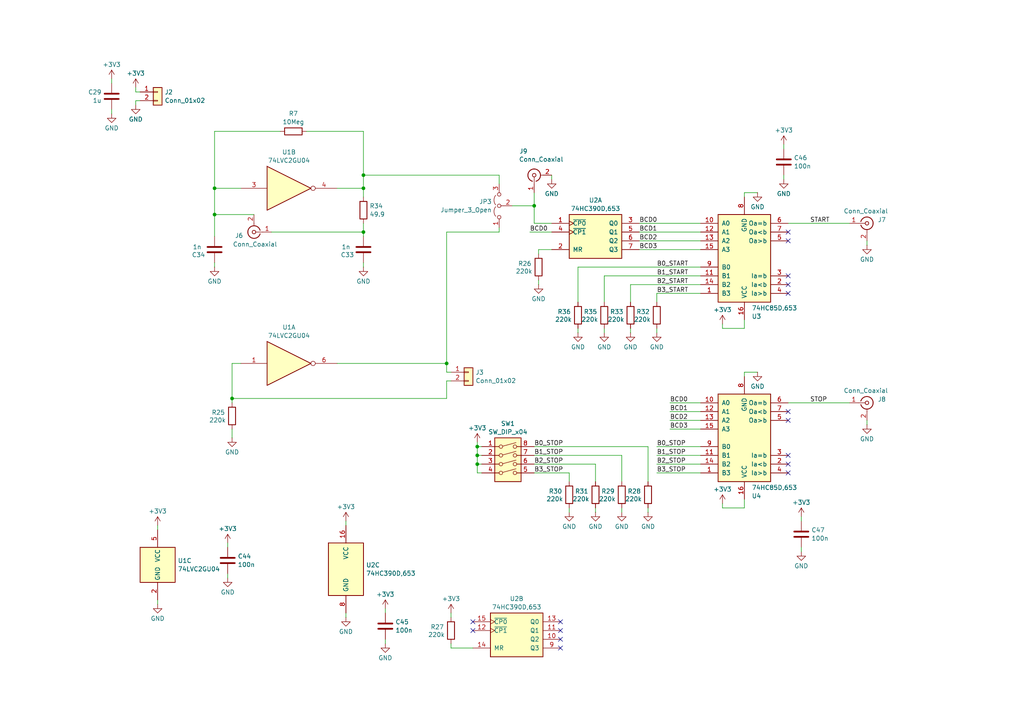
<source format=kicad_sch>
(kicad_sch (version 20250114) (generator "eeschema") (generator_version "9.0")
  (paper "A4")
  (lib_symbols
    (symbol "74xGxx:74LVC2GU04"
      (property "Reference" "U" (at -2.54 3.81 0))
      (property "Value" "74LVC2GU04" (at 0 -3.81 0))
      (symbol "74LVC2GU04_1_1"
        (polyline (pts (xy -7.62 6.35) (xy -7.62 -6.35) (xy 5.08 0) (xy -7.62 6.35)) (stroke (width 0.254)) (fill (type background)))
        (pin input line (at -15.24 0 0) (length 7.62) (name "~") (number "1"))
        (pin output inverted (at 12.7 0 180) (length 7.62) (name "~") (number "6"))
      )
      (symbol "74LVC2GU04_2_1"
        (polyline (pts (xy -7.62 6.35) (xy -7.62 -6.35) (xy 5.08 0) (xy -7.62 6.35)) (stroke (width 0.254)) (fill (type background)))
        (pin input line (at -15.24 0 0) (length 7.62) (name "~") (number "3"))
        (pin output inverted (at 12.7 0 180) (length 7.62) (name "~") (number "4"))
      )
      (symbol "74LVC2GU04_3_0"
        (rectangle (start -5.08 -5.08) (end 5.08 5.08) (stroke (width 0.254)) (fill (type background)))
      )
      (symbol "74LVC2GU04_3_1"
        (pin power_in line (at 0 10.16 270) (length 5.08) (name "VCC") (number "5"))
        (pin power_in line (at 0 -10.16 90) (length 5.08) (name "GND") (number "2"))
      )
    )
    (symbol "74xx:74HC85" (pin_names (offset 1.016))
      (property "Reference" "U" (at -7.62 13.97 0))
      (property "Value" "74HC85" (at -7.62 -13.97 0))
      (symbol "74HC85_1_0"
        (pin input line (at -12.7 10.16 0) (length 5.08) (name "B3") (number "1"))
        (pin input line (at -12.7 7.62 0) (length 5.08) (name "B2") (number "14"))
        (pin input line (at -12.7 5.08 0) (length 5.08) (name "B1") (number "11"))
        (pin input line (at -12.7 2.54 0) (length 5.08) (name "B0") (number "9"))
        (pin input line (at -12.7 -2.54 0) (length 5.08) (name "A3") (number "15"))
        (pin input line (at -12.7 -5.08 0) (length 5.08) (name "A2") (number "13"))
        (pin input line (at -12.7 -7.62 0) (length 5.08) (name "A1") (number "12"))
        (pin input line (at -12.7 -10.16 0) (length 5.08) (name "A0") (number "10"))
        (pin power_in line (at 0 17.78 270) (length 5.08) (name "VCC") (number "16"))
        (pin power_in line (at 0 -17.78 90) (length 5.08) (name "GND") (number "8"))
        (pin input line (at 12.7 10.16 180) (length 5.08) (name "Ia>b") (number "4"))
        (pin input line (at 12.7 7.62 180) (length 5.08) (name "Ia<b") (number "2"))
        (pin input line (at 12.7 5.08 180) (length 5.08) (name "Ia=b") (number "3"))
        (pin output line (at 12.7 -5.08 180) (length 5.08) (name "Oa>b") (number "5"))
        (pin output line (at 12.7 -7.62 180) (length 5.08) (name "Oa<b") (number "7"))
        (pin output line (at 12.7 -10.16 180) (length 5.08) (name "Oa=b") (number "6"))
      )
      (symbol "74HC85_1_1"
        (rectangle (start -7.62 12.7) (end 7.62 -12.7) (stroke (width 0.254)) (fill (type background)))
      )
    )
    (symbol "74xx:74LS390" (pin_names (offset 1.016))
      (property "Reference" "U" (at -7.62 8.89 0))
      (property "Value" "74LS390" (at -7.62 -8.89 0))
      (symbol "74LS390_1_0"
        (pin input clock (at -12.7 2.54 0) (length 5.08) (name "~{CP0}") (number "1"))
        (pin input clock (at -12.7 0 0) (length 5.08) (name "~{CP1}") (number "4"))
        (pin input line (at -12.7 -5.08 0) (length 5.08) (name "MR") (number "2"))
        (pin output line (at 12.7 2.54 180) (length 5.08) (name "Q0") (number "3"))
        (pin output line (at 12.7 0 180) (length 5.08) (name "Q1") (number "5"))
        (pin output line (at 12.7 -2.54 180) (length 5.08) (name "Q2") (number "6"))
        (pin output line (at 12.7 -5.08 180) (length 5.08) (name "Q3") (number "7"))
      )
      (symbol "74LS390_1_1"
        (rectangle (start -7.62 5.08) (end 7.62 -7.62) (stroke (width 0.254)) (fill (type background)))
      )
      (symbol "74LS390_2_0"
        (pin input clock (at -12.7 2.54 0) (length 5.08) (name "~{CP0}") (number "15"))
        (pin input clock (at -12.7 0 0) (length 5.08) (name "~{CP1}") (number "12"))
        (pin input line (at -12.7 -5.08 0) (length 5.08) (name "MR") (number "14"))
        (pin output line (at 12.7 2.54 180) (length 5.08) (name "Q0") (number "13"))
        (pin output line (at 12.7 0 180) (length 5.08) (name "Q1") (number "11"))
        (pin output line (at 12.7 -2.54 180) (length 5.08) (name "Q2") (number "10"))
        (pin output line (at 12.7 -5.08 180) (length 5.08) (name "Q3") (number "9"))
      )
      (symbol "74LS390_2_1"
        (rectangle (start -7.62 5.08) (end 7.62 -7.62) (stroke (width 0.254)) (fill (type background)))
      )
      (symbol "74LS390_3_0"
        (pin power_in line (at 0 12.7 270) (length 5.08) (name "VCC") (number "16"))
        (pin power_in line (at 0 -12.7 90) (length 5.08) (name "GND") (number "8"))
      )
      (symbol "74LS390_3_1"
        (rectangle (start -5.08 7.62) (end 5.08 -7.62) (stroke (width 0.254)) (fill (type background)))
      )
    )
    (symbol "Connector:Conn_Coaxial" (pin_names (offset 1.016) (hide yes))
      (property "Reference" "J" (at 0.254 3.048 0))
      (property "Value" "Conn_Coaxial" (at 2.921 0 90))
      (symbol "Conn_Coaxial_0_1"
        (polyline (pts (xy -2.54 0) (xy -0.508 0)))
        (arc (start 1.778 0) (mid 0.222 -1.8079) (end -1.778 -0.508) (stroke (width 0.254)))
        (arc (start -1.778 0.508) (mid 0.2221 1.8084) (end 1.778 0) (stroke (width 0.254)))
        (circle (center 0 0) (radius 0.508) (stroke (width 0.2032)))
        (polyline (pts (xy 0 -2.54) (xy 0 -1.778)))
      )
      (symbol "Conn_Coaxial_1_1"
        (pin passive line (at -5.08 0 0) (length 2.54) (name "In") (number "1"))
        (pin passive line (at 0 -5.08 90) (length 2.54) (name "Ext") (number "2"))
      )
    )
    (symbol "Connector_Generic:Conn_01x02" (pin_names (offset 1.016) (hide yes))
      (property "Reference" "J" (at 0 2.54 0))
      (property "Value" "Conn_01x02" (at 0 -5.08 0))
      (symbol "Conn_01x02_1_1"
        (rectangle (start -1.27 1.27) (end 1.27 -3.81) (stroke (width 0.254)) (fill (type background)))
        (rectangle (start -1.27 0.127) (end 0 -0.127) (stroke (width 0.1524)))
        (rectangle (start -1.27 -2.413) (end 0 -2.667) (stroke (width 0.1524)))
        (pin passive line (at -5.08 0 0) (length 3.81) (name "Pin_1") (number "1"))
        (pin passive line (at -5.08 -2.54 0) (length 3.81) (name "Pin_2") (number "2"))
      )
    )
    (symbol "Device:C" (pin_numbers (hide yes)) (pin_names (offset 0.254))
      (property "Reference" "C" (at 0.635 2.54 0))
      (property "Value" "C" (at 0.635 -2.54 0))
      (symbol "C_0_1"
        (polyline (pts (xy -2.032 0.762) (xy 2.032 0.762)) (stroke (width 0.508)))
        (polyline (pts (xy -2.032 -0.762) (xy 2.032 -0.762)) (stroke (width 0.508)))
      )
      (symbol "C_1_1"
        (pin passive line (at 0 3.81 270) (length 2.794) (name "~") (number "1"))
        (pin passive line (at 0 -3.81 90) (length 2.794) (name "~") (number "2"))
      )
    )
    (symbol "Device:R" (pin_numbers (hide yes)) (pin_names (offset 0))
      (property "Reference" "R" (at 2.032 0 90))
      (property "Value" "R" (at 0 0 90))
      (symbol "R_0_1"
        (rectangle (start -1.016 -2.54) (end 1.016 2.54) (stroke (width 0.254)))
      )
      (symbol "R_1_1"
        (pin passive line (at 0 3.81 270) (length 1.27) (name "~") (number "1"))
        (pin passive line (at 0 -3.81 90) (length 1.27) (name "~") (number "2"))
      )
    )
    (symbol "Jumper:Jumper_3_Open" (pin_names (offset 0) (hide yes)) (exclude_from_sim yes) (in_bom no)
      (property "Reference" "JP" (at -2.54 -2.54 0))
      (property "Value" "Jumper_3_Open" (at 0 2.794 0))
      (symbol "Jumper_3_Open_0_0"
        (circle (center -3.302 0) (radius 0.508))
        (circle (center 0 0) (radius 0.508))
        (circle (center 3.302 0) (radius 0.508))
      )
      (symbol "Jumper_3_Open_0_1"
        (arc (start -3.048 1.016) (mid -1.651 1.4992) (end -0.254 1.016))
        (polyline (pts (xy 0 -0.508) (xy 0 -1.27)))
        (arc (start 0.254 1.016) (mid 1.651 1.4992) (end 3.048 1.016))
      )
      (symbol "Jumper_3_Open_1_1"
        (pin passive line (at -6.35 0 0) (length 2.54) (name "A") (number "1"))
        (pin passive line (at 0 -3.81 90) (length 2.54) (name "C") (number "2"))
        (pin passive line (at 6.35 0 180) (length 2.54) (name "B") (number "3"))
      )
    )
    (symbol "Switch:SW_DIP_x04" (pin_names (offset 0) (hide yes))
      (property "Reference" "SW" (at 0 8.89 0))
      (property "Value" "SW_DIP_x04" (at 0 -6.35 0))
      (symbol "SW_DIP_x04_0_0"
        (circle (center -2.032 5.08) (radius 0.508))
        (circle (center -2.032 2.54) (radius 0.508))
        (circle (center -2.032 0) (radius 0.508))
        (circle (center -2.032 -2.54) (radius 0.508))
        (polyline (pts (xy -1.524 5.207) (xy 2.3622 6.2484)))
        (polyline (pts (xy -1.524 2.667) (xy 2.3622 3.7084)))
        (polyline (pts (xy -1.524 0.127) (xy 2.3622 1.1684)))
        (polyline (pts (xy -1.524 -2.3876) (xy 2.3622 -1.3462)))
        (circle (center 2.032 5.08) (radius 0.508))
        (circle (center 2.032 2.54) (radius 0.508))
        (circle (center 2.032 0) (radius 0.508))
        (circle (center 2.032 -2.54) (radius 0.508))
      )
      (symbol "SW_DIP_x04_0_1"
        (rectangle (start -3.81 7.62) (end 3.81 -5.08) (stroke (width 0.254)) (fill (type background)))
      )
      (symbol "SW_DIP_x04_1_1"
        (pin passive line (at -7.62 5.08 0) (length 5.08) (name "~") (number "1"))
        (pin passive line (at -7.62 2.54 0) (length 5.08) (name "~") (number "2"))
        (pin passive line (at -7.62 0 0) (length 5.08) (name "~") (number "3"))
        (pin passive line (at -7.62 -2.54 0) (length 5.08) (name "~") (number "4"))
        (pin passive line (at 7.62 5.08 180) (length 5.08) (name "~") (number "8"))
        (pin passive line (at 7.62 2.54 180) (length 5.08) (name "~") (number "7"))
        (pin passive line (at 7.62 0 180) (length 5.08) (name "~") (number "6"))
        (pin passive line (at 7.62 -2.54 180) (length 5.08) (name "~") (number "5"))
      )
    )
    (symbol "power:+3V3" (power) (pin_names (offset 0))
      (property "Value" "+3V3" (at 0 3.556 0))
      (symbol "+3V3_0_1"
        (polyline (pts (xy -0.762 1.27) (xy 0 2.54)))
        (polyline (pts (xy 0 2.54) (xy 0.762 1.27)))
        (polyline (pts (xy 0 0) (xy 0 2.54)))
      )
      (symbol "+3V3_1_1"
        (pin power_in line (at 0 0 90) (length 0) (hide yes) (name "+3V3") (number "1"))
      )
    )
    (symbol "power:GND" (power) (pin_numbers (hide yes)) (pin_names (offset 0) (hide yes))
      (property "Value" "GND" (at 0 -3.81 0))
      (symbol "GND_0_1"
        (polyline (pts (xy 0 0) (xy 0 -1.27) (xy 1.27 -1.27) (xy 0 -2.54) (xy -1.27 -1.27) (xy 0 -1.27)))
      )
      (symbol "GND_1_1"
        (pin power_in line (at 0 0 270) (length 0) (name "~") (number "1"))
      )
    )
  )
  (junction (at 154.94 59.69))
  (junction (at 138.43 134.62))
  (junction (at 105.41 67.31))
  (junction (at 138.43 129.54))
  (junction (at 67.31 115.57))
  (junction (at 105.41 54.61))
  (junction (at 105.41 50.8))
  (junction (at 62.23 54.61))
  (junction (at 129.54 105.41))
  (junction (at 138.43 132.08))
  (junction (at 62.23 62.23))
  (no_connect (at 228.6 85.09))
  (no_connect (at 228.6 132.08))
  (no_connect (at 228.6 137.16))
  (no_connect (at 228.6 67.31))
  (no_connect (at 137.16 182.88))
  (no_connect (at 228.6 119.38))
  (no_connect (at 228.6 82.55))
  (no_connect (at 162.56 187.96))
  (no_connect (at 228.6 134.62))
  (no_connect (at 137.16 180.34))
  (no_connect (at 162.56 182.88))
  (no_connect (at 228.6 69.85))
  (no_connect (at 162.56 185.42))
  (no_connect (at 162.56 180.34))
  (no_connect (at 228.6 121.92))
  (no_connect (at 228.6 80.01))
  (wire (pts (xy 175.26 95.25) (xy 175.26 96.52)))
  (wire (pts (xy 62.23 77.47) (xy 62.23 76.2)))
  (wire (pts (xy 190.5 134.62) (xy 203.2 134.62)))
  (wire (pts (xy 138.43 132.08) (xy 139.7 132.08)))
  (wire (pts (xy 219.71 107.95) (xy 215.9 107.95)))
  (wire (pts (xy 180.34 132.08) (xy 180.34 139.7)))
  (wire (pts (xy 66.04 167.64) (xy 66.04 166.37)))
  (wire (pts (xy 100.33 151.13) (xy 100.33 152.4)))
  (wire (pts (xy 138.43 132.08) (xy 138.43 134.62)))
  (wire (pts (xy 88.9 38.1) (xy 105.41 38.1)))
  (wire (pts (xy 182.88 95.25) (xy 182.88 96.52)))
  (wire (pts (xy 167.64 77.47) (xy 167.64 87.63)))
  (wire (pts (xy 39.37 29.21) (xy 40.64 29.21)))
  (wire (pts (xy 251.46 123.19) (xy 251.46 121.92)))
  (wire (pts (xy 182.88 82.55) (xy 203.2 82.55)))
  (wire (pts (xy 167.64 95.25) (xy 167.64 96.52)))
  (wire (pts (xy 154.94 64.77) (xy 160.02 64.77)))
  (wire (pts (xy 62.23 62.23) (xy 73.66 62.23)))
  (wire (pts (xy 175.26 80.01) (xy 175.26 87.63)))
  (wire (pts (xy 172.72 134.62) (xy 172.72 139.7)))
  (wire (pts (xy 111.76 176.53) (xy 111.76 177.8)))
  (wire (pts (xy 130.81 177.8) (xy 130.81 179.07)))
  (wire (pts (xy 129.54 67.31) (xy 129.54 105.41)))
  (wire (pts (xy 130.81 186.69) (xy 130.81 187.96)))
  (wire (pts (xy 227.33 41.91) (xy 227.33 43.18)))
  (wire (pts (xy 138.43 134.62) (xy 138.43 137.16)))
  (wire (pts (xy 129.54 110.49) (xy 130.81 110.49)))
  (wire (pts (xy 154.94 137.16) (xy 165.1 137.16)))
  (wire (pts (xy 62.23 54.61) (xy 69.85 54.61)))
  (wire (pts (xy 100.33 179.07) (xy 100.33 177.8)))
  (wire (pts (xy 215.9 55.88) (xy 215.9 57.15)))
  (wire (pts (xy 156.21 72.39) (xy 160.02 72.39)))
  (wire (pts (xy 32.385 22.86) (xy 32.385 24.13)))
  (wire (pts (xy 138.43 134.62) (xy 139.7 134.62)))
  (wire (pts (xy 105.41 64.77) (xy 105.41 67.31)))
  (wire (pts (xy 62.23 38.1) (xy 62.23 54.61)))
  (wire (pts (xy 67.31 115.57) (xy 129.54 115.57)))
  (wire (pts (xy 153.67 67.31) (xy 160.02 67.31)))
  (wire (pts (xy 167.64 77.47) (xy 203.2 77.47)))
  (wire (pts (xy 215.9 147.32) (xy 215.9 144.78)))
  (wire (pts (xy 190.5 95.25) (xy 190.5 96.52)))
  (wire (pts (xy 185.42 72.39) (xy 203.2 72.39)))
  (wire (pts (xy 138.43 128.27) (xy 138.43 129.54)))
  (wire (pts (xy 154.94 134.62) (xy 172.72 134.62)))
  (wire (pts (xy 228.6 116.84) (xy 246.38 116.84)))
  (wire (pts (xy 180.34 148.59) (xy 180.34 147.32)))
  (wire (pts (xy 154.94 59.69) (xy 154.94 64.77)))
  (wire (pts (xy 187.96 129.54) (xy 187.96 139.7)))
  (wire (pts (xy 129.54 105.41) (xy 129.54 107.95)))
  (wire (pts (xy 190.5 137.16) (xy 203.2 137.16)))
  (wire (pts (xy 209.55 95.25) (xy 215.9 95.25)))
  (wire (pts (xy 185.42 69.85) (xy 203.2 69.85)))
  (wire (pts (xy 97.79 105.41) (xy 129.54 105.41)))
  (wire (pts (xy 215.9 95.25) (xy 215.9 92.71)))
  (wire (pts (xy 190.5 87.63) (xy 190.5 85.09)))
  (wire (pts (xy 165.1 148.59) (xy 165.1 147.32)))
  (wire (pts (xy 66.04 157.48) (xy 66.04 158.75)))
  (wire (pts (xy 232.41 160.02) (xy 232.41 158.75)))
  (wire (pts (xy 209.55 93.98) (xy 209.55 95.25)))
  (wire (pts (xy 62.23 54.61) (xy 62.23 62.23)))
  (wire (pts (xy 227.33 52.07) (xy 227.33 50.8)))
  (wire (pts (xy 144.78 50.8) (xy 105.41 50.8)))
  (wire (pts (xy 111.76 186.69) (xy 111.76 185.42)))
  (wire (pts (xy 190.5 132.08) (xy 203.2 132.08)))
  (wire (pts (xy 175.26 80.01) (xy 203.2 80.01)))
  (wire (pts (xy 165.1 137.16) (xy 165.1 139.7)))
  (wire (pts (xy 78.74 67.31) (xy 105.41 67.31)))
  (wire (pts (xy 156.21 82.55) (xy 156.21 81.28)))
  (wire (pts (xy 105.41 67.31) (xy 105.41 68.58)))
  (wire (pts (xy 105.41 38.1) (xy 105.41 50.8)))
  (wire (pts (xy 187.96 148.59) (xy 187.96 147.32)))
  (wire (pts (xy 97.79 54.61) (xy 105.41 54.61)))
  (wire (pts (xy 138.43 129.54) (xy 138.43 132.08)))
  (wire (pts (xy 194.31 124.46) (xy 203.2 124.46)))
  (wire (pts (xy 67.31 127) (xy 67.31 124.46)))
  (wire (pts (xy 156.21 73.66) (xy 156.21 72.39)))
  (wire (pts (xy 40.64 26.67) (xy 39.37 26.67)))
  (wire (pts (xy 215.9 107.95) (xy 215.9 109.22)))
  (wire (pts (xy 160.02 52.07) (xy 160.02 50.8)))
  (wire (pts (xy 190.5 85.09) (xy 203.2 85.09)))
  (wire (pts (xy 67.31 115.57) (xy 67.31 116.84)))
  (wire (pts (xy 219.71 55.88) (xy 215.9 55.88)))
  (wire (pts (xy 62.23 38.1) (xy 81.28 38.1)))
  (wire (pts (xy 138.43 129.54) (xy 139.7 129.54)))
  (wire (pts (xy 209.55 146.05) (xy 209.55 147.32)))
  (wire (pts (xy 154.94 132.08) (xy 180.34 132.08)))
  (wire (pts (xy 185.42 64.77) (xy 203.2 64.77)))
  (wire (pts (xy 190.5 129.54) (xy 203.2 129.54)))
  (wire (pts (xy 182.88 82.55) (xy 182.88 87.63)))
  (wire (pts (xy 130.81 187.96) (xy 137.16 187.96)))
  (wire (pts (xy 69.85 105.41) (xy 67.31 105.41)))
  (wire (pts (xy 148.59 59.69) (xy 154.94 59.69)))
  (wire (pts (xy 129.54 67.31) (xy 144.78 67.31)))
  (wire (pts (xy 129.54 107.95) (xy 130.81 107.95)))
  (wire (pts (xy 129.54 115.57) (xy 129.54 110.49)))
  (wire (pts (xy 32.385 31.75) (xy 32.385 33.02)))
  (wire (pts (xy 105.41 54.61) (xy 105.41 57.15)))
  (wire (pts (xy 194.31 116.84) (xy 203.2 116.84)))
  (wire (pts (xy 144.78 53.34) (xy 144.78 50.8)))
  (wire (pts (xy 232.41 149.86) (xy 232.41 151.13)))
  (wire (pts (xy 251.46 71.12) (xy 251.46 69.85)))
  (wire (pts (xy 154.94 129.54) (xy 187.96 129.54)))
  (wire (pts (xy 67.31 105.41) (xy 67.31 115.57)))
  (wire (pts (xy 105.41 77.47) (xy 105.41 76.2)))
  (wire (pts (xy 39.37 30.48) (xy 39.37 29.21)))
  (wire (pts (xy 45.72 175.26) (xy 45.72 173.99)))
  (wire (pts (xy 228.6 64.77) (xy 246.38 64.77)))
  (wire (pts (xy 144.78 67.31) (xy 144.78 66.04)))
  (wire (pts (xy 62.23 62.23) (xy 62.23 68.58)))
  (wire (pts (xy 154.94 55.88) (xy 154.94 59.69)))
  (wire (pts (xy 105.41 50.8) (xy 105.41 54.61)))
  (wire (pts (xy 172.72 148.59) (xy 172.72 147.32)))
  (wire (pts (xy 194.31 121.92) (xy 203.2 121.92)))
  (wire (pts (xy 138.43 137.16) (xy 139.7 137.16)))
  (wire (pts (xy 185.42 67.31) (xy 203.2 67.31)))
  (wire (pts (xy 209.55 147.32) (xy 215.9 147.32)))
  (wire (pts (xy 194.31 119.38) (xy 203.2 119.38)))
  (wire (pts (xy 39.37 25.4) (xy 39.37 26.67)))
  (wire (pts (xy 45.72 152.4) (xy 45.72 153.67)))
  (label "B0_START" (at 190.5 77.47 0))
  (label "B1_STOP" (at 190.5 132.08 0))
  (label "BCD1" (at 194.31 119.38 0))
  (label "BCD1" (at 185.42 67.31 0))
  (label "B1_START" (at 190.5 80.01 0))
  (label "B3_STOP" (at 190.5 137.16 0))
  (label "BCD2" (at 185.42 69.85 0))
  (label "B2_START" (at 190.5 82.55 0))
  (label "B1_STOP" (at 154.94 132.08 0))
  (label "B2_STOP" (at 154.94 134.62 0))
  (label "BCD3" (at 194.31 124.46 0))
  (label "B0_STOP" (at 154.94 129.54 0))
  (label "BCD0" (at 194.31 116.84 0))
  (label "B3_START" (at 190.5 85.09 0))
  (label "B2_STOP" (at 190.5 134.62 0))
  (label "BCD2" (at 194.31 121.92 0))
  (label "BCD0" (at 153.67 67.31 0))
  (label "BCD0" (at 185.42 64.77 0))
  (label "START" (at 234.95 64.77 0))
  (label "BCD3" (at 185.42 72.39 0))
  (label "B3_STOP" (at 154.94 137.16 0))
  (label "STOP" (at 234.95 116.84 0))
  (label "B0_STOP" (at 190.5 129.54 0))
  (symbol (lib_id "Device:R") (at 172.72 143.51 0) (mirror y) (unit 1)
    (property "Reference" "R31" (at 170.688 142.494 0) (effects (justify left)))
    (property "Value" "220k" (at 170.942 144.7221 0) (effects (justify left)))
    (property "Footprint" "Resistor_SMD:R_0603_1608Metric" (effects (hide yes)))
    (property "LCSC" "C22961" (effects (hide yes)))
  )
  (symbol (lib_id "power:GND") (at 251.46 71.12 0) (unit 1)
    (property "Reference" "#PWR043" (effects (hide yes)))
    (property "Value" "GND" (at 251.46 75.2531 0))
    (property "Description" "Power symbol creates a global label with name \"GND\" , ground" (effects (hide yes)))
  )
  (symbol (lib_id "74xx:74LS390") (at 172.72 67.31 0) (unit 1)
    (property "Reference" "U2" (at 172.72 58.0855 0))
    (property "Value" "74HC390D,653" (at 172.72 60.5098 0))
    (property "Footprint" "Package_SO:SOIC-16_3.9x9.9mm_P1.27mm" (effects (hide yes)))
    (property "Datasheet" "http://www.ti.com/lit/gpn/sn74LS390" (effects (hide yes)))
    (property "Description" "Dual BCD 4-bit counter" (effects (hide yes)))
    (property "LCSC" "C5440882" (effects (hide yes)))
  )
  (symbol (lib_id "power:+3V3") (at 130.81 177.8 0) (unit 1)
    (property "Reference" "#PWR046" (effects (hide yes)))
    (property "Value" "+3V3" (at 130.81 173.6669 0))
  )
  (symbol (lib_id "power:+3V3") (at 209.55 146.05 0) (unit 1)
    (property "Reference" "#PWR049" (effects (hide yes)))
    (property "Value" "+3V3" (at 209.55 141.9169 0))
  )
  (symbol (lib_id "Device:R") (at 180.34 143.51 0) (mirror y) (unit 1)
    (property "Reference" "R29" (at 178.308 142.494 0) (effects (justify left)))
    (property "Value" "220k" (at 178.562 144.7221 0) (effects (justify left)))
    (property "Footprint" "Resistor_SMD:R_0603_1608Metric" (effects (hide yes)))
    (property "LCSC" "C22961" (effects (hide yes)))
  )
  (symbol (lib_id "power:GND") (at 160.02 52.07 0) (unit 1)
    (property "Reference" "#PWR063" (effects (hide yes)))
    (property "Value" "GND" (at 160.02 56.2031 0))
    (property "Description" "Power symbol creates a global label with name \"GND\" , ground" (effects (hide yes)))
  )
  (symbol (lib_id "Device:R") (at 130.81 182.88 0) (mirror y) (unit 1)
    (property "Reference" "R27" (at 128.778 181.864 0) (effects (justify left)))
    (property "Value" "220k" (at 129.032 184.0921 0) (effects (justify left)))
    (property "Footprint" "Resistor_SMD:R_0603_1608Metric" (effects (hide yes)))
    (property "LCSC" "C22961" (effects (hide yes)))
  )
  (symbol (lib_id "Device:C") (at 105.41 72.39 0) (mirror x) (unit 1)
    (property "Reference" "C33" (at 98.806 73.914 0) (effects (justify left)))
    (property "Value" "1n" (at 99.06 71.628 0) (effects (justify left)))
    (property "Footprint" "Capacitor_SMD:C_0603_1608Metric" (effects (hide yes)))
    (property "LCSC" "C1588" (effects (hide yes)))
  )
  (symbol (lib_id "Connector_Generic:Conn_01x02") (at 135.89 107.95 0) (unit 1)
    (property "Reference" "J3" (at 137.922 108.0079 0) (effects (justify left)))
    (property "Value" "Conn_01x02" (at 137.922 110.4321 0) (effects (justify left)))
    (property "Footprint" "Connector_PinSocket_2.54mm:PinSocket_1x02_P2.54mm_Vertical" (effects (hide yes)))
  )
  (symbol (lib_id "power:GND") (at 111.76 186.69 0) (unit 1)
    (property "Reference" "#PWR040" (effects (hide yes)))
    (property "Value" "GND" (at 111.76 190.8231 0))
    (property "Description" "Power symbol creates a global label with name \"GND\" , ground" (effects (hide yes)))
  )
  (symbol (lib_id "74xGxx:74LVC2GU04") (at 85.09 54.61 0) (unit 2)
    (property "Reference" "U1" (at 83.82 44.1155 0))
    (property "Value" "74LVC2GU04" (at 83.82 46.5398 0))
    (property "Footprint" "Package_TO_SOT_SMD:SOT-23-6" (effects (hide yes)))
    (property "Datasheet" "http://www.ti.com/lit/sg/scyt129e/scyt129e.pdf" (effects (hide yes)))
    (property "Description" "74LVC2G04, Dual NOT Gate, Low-Voltage CMOS" (effects (hide yes)))
    (property "LCSC" "C139427" (effects (hide yes)))
  )
  (symbol (lib_id "power:+3V3") (at 227.33 41.91 0) (unit 1)
    (property "Reference" "#PWR041" (effects (hide yes)))
    (property "Value" "+3V3" (at 227.33 37.7769 0))
  )
  (symbol (lib_id "Device:R") (at 187.96 143.51 0) (mirror y) (unit 1)
    (property "Reference" "R28" (at 185.928 142.494 0) (effects (justify left)))
    (property "Value" "220k" (at 186.182 144.7221 0) (effects (justify left)))
    (property "Footprint" "Resistor_SMD:R_0603_1608Metric" (effects (hide yes)))
    (property "LCSC" "C22961" (effects (hide yes)))
  )
  (symbol (lib_id "power:GND") (at 219.71 107.95 0) (unit 1)
    (property "Reference" "#PWR050" (effects (hide yes)))
    (property "Value" "GND" (at 219.71 112.0831 0))
    (property "Description" "Power symbol creates a global label with name \"GND\" , ground" (effects (hide yes)))
  )
  (symbol (lib_id "power:GND") (at 105.41 77.47 0) (unit 1)
    (property "Reference" "#PWR036" (effects (hide yes)))
    (property "Value" "GND" (at 105.41 81.6031 0))
    (property "Description" "Power symbol creates a global label with name \"GND\" , ground" (effects (hide yes)))
  )
  (symbol (lib_id "Connector:Conn_Coaxial") (at 154.94 50.8 90) (unit 1)
    (property "Reference" "J9" (at 151.8285 43.8785 90))
    (property "Value" "Conn_Coaxial" (at 156.972 46.228 90))
    (property "Footprint" "gabe_connectors:SMA_BAT_Wireless_BWSMA-KWE-Z001" (effects (hide yes)))
    (property "Description" "coaxial connector (BNC, SMA, SMB, SMC, Cinch/RCA, LEMO, ...)" (effects (hide yes)))
    (property "LCSC" "C496551" (effects (hide yes)))
  )
  (symbol (lib_id "power:GND") (at 156.21 82.55 0) (unit 1)
    (property "Reference" "#PWR035" (effects (hide yes)))
    (property "Value" "GND" (at 156.21 86.6831 0))
    (property "Description" "Power symbol creates a global label with name \"GND\" , ground" (effects (hide yes)))
  )
  (symbol (lib_id "power:GND") (at 39.37 30.48 0) (unit 1)
    (property "Reference" "#PWR010" (effects (hide yes)))
    (property "Value" "GND" (at 39.37 34.6131 0))
  )
  (symbol (lib_id "Device:C") (at 111.76 181.61 0) (unit 1)
    (property "Reference" "C45" (at 114.681 180.3979 0) (effects (justify left)))
    (property "Value" "100n" (at 114.681 182.8221 0) (effects (justify left)))
    (property "Footprint" "Capacitor_SMD:C_0603_1608Metric" (effects (hide yes)))
    (property "LCSC" "C14663" (effects (hide yes)))
  )
  (symbol (lib_id "power:GND") (at 182.88 96.52 0) (unit 1)
    (property "Reference" "#PWR060" (effects (hide yes)))
    (property "Value" "GND" (at 182.88 100.6531 0))
    (property "Description" "Power symbol creates a global label with name \"GND\" , ground" (effects (hide yes)))
  )
  (symbol (lib_id "74xx:74LS390") (at 149.86 182.88 0) (unit 2)
    (property "Reference" "U2" (at 149.86 173.6555 0))
    (property "Value" "74HC390D,653" (at 149.86 176.0798 0))
    (property "Footprint" "Package_SO:SOIC-16_3.9x9.9mm_P1.27mm" (effects (hide yes)))
    (property "Datasheet" "http://www.ti.com/lit/gpn/sn74LS390" (effects (hide yes)))
    (property "Description" "Dual BCD 4-bit counter" (effects (hide yes)))
    (property "LCSC" "C5440882" (effects (hide yes)))
  )
  (symbol (lib_id "power:+3V3") (at 66.04 157.48 0) (unit 1)
    (property "Reference" "#PWR032" (effects (hide yes)))
    (property "Value" "+3V3" (at 66.04 153.3469 0))
  )
  (symbol (lib_id "Device:R") (at 85.09 38.1 90) (unit 1)
    (property "Reference" "R7" (at 85.09 32.9395 90))
    (property "Value" "10Meg" (at 85.09 35.3638 90))
    (property "Footprint" "Resistor_SMD:R_0603_1608Metric" (effects (hide yes)))
    (property "Description" "Resistor" (effects (hide yes)))
    (property "LCSC" "C7250" (effects (hide yes)))
  )
  (symbol (lib_id "power:+3V3") (at 45.72 152.4 0) (unit 1)
    (property "Reference" "#PWR028" (effects (hide yes)))
    (property "Value" "+3V3" (at 45.72 148.2669 0))
  )
  (symbol (lib_id "power:GND") (at 227.33 52.07 0) (unit 1)
    (property "Reference" "#PWR042" (effects (hide yes)))
    (property "Value" "GND" (at 227.33 56.2031 0))
    (property "Description" "Power symbol creates a global label with name \"GND\" , ground" (effects (hide yes)))
  )
  (symbol (lib_id "Switch:SW_DIP_x04") (at 147.32 134.62 0) (unit 1)
    (property "Reference" "SW1" (at 147.32 122.8555 0))
    (property "Value" "SW_DIP_x04" (at 147.32 125.2798 0))
    (property "Footprint" "Button_Switch_SMD:SW_DIP_SPSTx04_Slide_Copal_CHS-04B_W7.62mm_P1.27mm" (effects (hide yes)))
    (property "Description" "4x DIP Switch, Single Pole Single Throw (SPST) switch, small symbol" (effects (hide yes)))
    (property "LCSC" "C3293144" (effects (hide yes)))
  )
  (symbol (lib_id "power:+3V3") (at 100.33 151.13 0) (unit 1)
    (property "Reference" "#PWR044" (effects (hide yes)))
    (property "Value" "+3V3" (at 100.33 146.9969 0))
  )
  (symbol (lib_id "power:+3V3") (at 111.76 176.53 0) (unit 1)
    (property "Reference" "#PWR039" (effects (hide yes)))
    (property "Value" "+3V3" (at 111.76 172.3969 0))
  )
  (symbol (lib_id "power:+3V3") (at 232.41 149.86 0) (unit 1)
    (property "Reference" "#PWR051" (effects (hide yes)))
    (property "Value" "+3V3" (at 232.41 145.7269 0))
  )
  (symbol (lib_id "74xGxx:74LVC2GU04") (at 85.09 105.41 0) (unit 1)
    (property "Reference" "U1" (at 83.82 94.9155 0))
    (property "Value" "74LVC2GU04" (at 83.82 97.3398 0))
    (property "Footprint" "Package_TO_SOT_SMD:SOT-23-6" (effects (hide yes)))
    (property "Datasheet" "http://www.ti.com/lit/sg/scyt129e/scyt129e.pdf" (effects (hide yes)))
    (property "Description" "74LVC2G04, Dual NOT Gate, Low-Voltage CMOS" (effects (hide yes)))
    (property "LCSC" "C139427" (effects (hide yes)))
  )
  (symbol (lib_id "power:GND") (at 45.72 175.26 0) (unit 1)
    (property "Reference" "#PWR029" (effects (hide yes)))
    (property "Value" "GND" (at 45.72 179.3931 0))
    (property "Description" "Power symbol creates a global label with name \"GND\" , ground" (effects (hide yes)))
  )
  (symbol (lib_id "Device:C") (at 66.04 162.56 0) (unit 1)
    (property "Reference" "C44" (at 68.961 161.3479 0) (effects (justify left)))
    (property "Value" "100n" (at 68.961 163.7721 0) (effects (justify left)))
    (property "Footprint" "Capacitor_SMD:C_0603_1608Metric" (effects (hide yes)))
    (property "LCSC" "C14663" (effects (hide yes)))
  )
  (symbol (lib_id "74xx:74HC85") (at 215.9 127 0) (mirror x) (unit 1)
    (property "Reference" "U4" (at 218.0433 143.8445 0) (effects (justify left)))
    (property "Value" "74HC85D,653" (at 218.0433 141.4202 0) (effects (justify left)))
    (property "Footprint" "Package_SO:SOIC-16_3.9x9.9mm_P1.27mm" (effects (hide yes)))
    (property "Datasheet" "https://assets.nexperia.com/documents/data-sheet/74HC_HCT85.pdf" (effects (hide yes)))
    (property "Description" "4-bit Comparator" (effects (hide yes)))
    (property "LCSC" "C5953" (effects (hide yes)))
  )
  (symbol (lib_id "power:GND") (at 172.72 148.59 0) (unit 1)
    (property "Reference" "#PWR056" (effects (hide yes)))
    (property "Value" "GND" (at 172.72 152.7231 0))
    (property "Description" "Power symbol creates a global label with name \"GND\" , ground" (effects (hide yes)))
  )
  (symbol (lib_id "power:+3V3") (at 39.37 25.4 0) (unit 1)
    (property "Reference" "#PWR030" (effects (hide yes)))
    (property "Value" "+3V3" (at 39.37 21.2669 0))
  )
  (symbol (lib_id "Device:C") (at 227.33 46.99 0) (unit 1)
    (property "Reference" "C46" (at 230.251 45.7779 0) (effects (justify left)))
    (property "Value" "100n" (at 230.251 48.2021 0) (effects (justify left)))
    (property "Footprint" "Capacitor_SMD:C_0603_1608Metric" (effects (hide yes)))
    (property "LCSC" "C14663" (effects (hide yes)))
  )
  (symbol (lib_id "Device:C") (at 32.385 27.94 0) (mirror y) (unit 1)
    (property "Reference" "C29" (at 29.464 26.7279 0) (effects (justify left)))
    (property "Value" "1u" (at 29.464 29.1521 0) (effects (justify left)))
    (property "Footprint" "Capacitor_SMD:C_0603_1608Metric" (effects (hide yes)))
    (property "LCSC" "C15849" (effects (hide yes)))
  )
  (symbol (lib_id "Device:R") (at 165.1 143.51 0) (mirror y) (unit 1)
    (property "Reference" "R30" (at 163.068 142.494 0) (effects (justify left)))
    (property "Value" "220k" (at 163.322 144.7221 0) (effects (justify left)))
    (property "Footprint" "Resistor_SMD:R_0603_1608Metric" (effects (hide yes)))
    (property "LCSC" "C22961" (effects (hide yes)))
  )
  (symbol (lib_id "Device:R") (at 190.5 91.44 0) (mirror y) (unit 1)
    (property "Reference" "R32" (at 188.468 90.424 0) (effects (justify left)))
    (property "Value" "220k" (at 188.722 92.6521 0) (effects (justify left)))
    (property "Footprint" "Resistor_SMD:R_0603_1608Metric" (effects (hide yes)))
    (property "LCSC" "C22961" (effects (hide yes)))
  )
  (symbol (lib_id "Jumper:Jumper_3_Open") (at 144.78 59.69 90) (unit 1) (exclude_from_sim yes) (in_bom no)
    (property "Reference" "JP3" (at 142.6459 58.4778 90) (effects (justify left)))
    (property "Value" "Jumper_3_Open" (at 142.6459 60.9021 90) (effects (justify left)))
    (property "Footprint" "Jumper:SolderJumper-3_P1.3mm_Open_Pad1.0x1.5mm" (effects (hide yes)))
    (property "Description" "Jumper, 3-pole, both open" (effects (hide yes)))
  )
  (symbol (lib_id "power:GND") (at 219.71 55.88 0) (unit 1)
    (property "Reference" "#PWR038" (effects (hide yes)))
    (property "Value" "GND" (at 219.71 60.0131 0))
    (property "Description" "Power symbol creates a global label with name \"GND\" , ground" (effects (hide yes)))
  )
  (symbol (lib_id "Device:C") (at 62.23 72.39 0) (mirror x) (unit 1)
    (property "Reference" "C34" (at 55.626 73.914 0) (effects (justify left)))
    (property "Value" "1n" (at 55.88 71.628 0) (effects (justify left)))
    (property "Footprint" "Capacitor_SMD:C_0603_1608Metric" (effects (hide yes)))
    (property "LCSC" "C1588" (effects (hide yes)))
  )
  (symbol (lib_id "power:GND") (at 66.04 167.64 0) (unit 1)
    (property "Reference" "#PWR033" (effects (hide yes)))
    (property "Value" "GND" (at 66.04 171.7731 0))
    (property "Description" "Power symbol creates a global label with name \"GND\" , ground" (effects (hide yes)))
  )
  (symbol (lib_id "74xx:74HC85") (at 215.9 74.93 0) (mirror x) (unit 1)
    (property "Reference" "U3" (at 218.0433 91.7745 0) (effects (justify left)))
    (property "Value" "74HC85D,653" (at 218.0433 89.3502 0) (effects (justify left)))
    (property "Footprint" "Package_SO:SOIC-16_3.9x9.9mm_P1.27mm" (effects (hide yes)))
    (property "Datasheet" "https://assets.nexperia.com/documents/data-sheet/74HC_HCT85.pdf" (effects (hide yes)))
    (property "Description" "4-bit Comparator" (effects (hide yes)))
    (property "LCSC" "C5953" (effects (hide yes)))
  )
  (symbol (lib_id "power:GND") (at 167.64 96.52 0) (unit 1)
    (property "Reference" "#PWR062" (effects (hide yes)))
    (property "Value" "GND" (at 167.64 100.6531 0))
    (property "Description" "Power symbol creates a global label with name \"GND\" , ground" (effects (hide yes)))
  )
  (symbol (lib_id "Device:R") (at 182.88 91.44 0) (mirror y) (unit 1)
    (property "Reference" "R33" (at 180.848 90.424 0) (effects (justify left)))
    (property "Value" "220k" (at 181.102 92.6521 0) (effects (justify left)))
    (property "Footprint" "Resistor_SMD:R_0603_1608Metric" (effects (hide yes)))
    (property "LCSC" "C22961" (effects (hide yes)))
  )
  (symbol (lib_id "power:GND") (at 100.33 179.07 0) (unit 1)
    (property "Reference" "#PWR045" (effects (hide yes)))
    (property "Value" "GND" (at 100.33 183.2031 0))
    (property "Description" "Power symbol creates a global label with name \"GND\" , ground" (effects (hide yes)))
  )
  (symbol (lib_id "Connector_Generic:Conn_01x02") (at 45.72 26.67 0) (unit 1)
    (property "Reference" "J2" (at 47.752 26.7279 0) (effects (justify left)))
    (property "Value" "Conn_01x02" (at 47.752 29.1521 0) (effects (justify left)))
    (property "Footprint" "Connector_PinSocket_2.54mm:PinSocket_1x02_P2.54mm_Vertical" (effects (hide yes)))
  )
  (symbol (lib_id "Device:C") (at 232.41 154.94 0) (unit 1)
    (property "Reference" "C47" (at 235.331 153.7279 0) (effects (justify left)))
    (property "Value" "100n" (at 235.331 156.1521 0) (effects (justify left)))
    (property "Footprint" "Capacitor_SMD:C_0603_1608Metric" (effects (hide yes)))
    (property "LCSC" "C14663" (effects (hide yes)))
  )
  (symbol (lib_id "power:GND") (at 190.5 96.52 0) (unit 1)
    (property "Reference" "#PWR059" (effects (hide yes)))
    (property "Value" "GND" (at 190.5 100.6531 0))
    (property "Description" "Power symbol creates a global label with name \"GND\" , ground" (effects (hide yes)))
  )
  (symbol (lib_id "power:+3V3") (at 209.55 93.98 0) (unit 1)
    (property "Reference" "#PWR048" (effects (hide yes)))
    (property "Value" "+3V3" (at 209.55 89.8469 0))
  )
  (symbol (lib_id "Connector:Conn_Coaxial") (at 251.46 116.84 0) (unit 1)
    (property "Reference" "J8" (at 255.778 115.824 0))
    (property "Value" "Conn_Coaxial" (at 251.1426 113.2932 0))
    (property "Footprint" "gabe_connectors:SMA_BAT_Wireless_BWSMA-KWE-Z001" (effects (hide yes)))
    (property "Description" "coaxial connector (BNC, SMA, SMB, SMC, Cinch/RCA, LEMO, ...)" (effects (hide yes)))
    (property "LCSC" "C496551" (effects (hide yes)))
  )
  (symbol (lib_id "Connector:Conn_Coaxial") (at 73.66 67.31 180) (unit 1)
    (property "Reference" "J6" (at 69.342 68.326 0))
    (property "Value" "Conn_Coaxial" (at 73.9774 70.8568 0))
    (property "Footprint" "gabe_connectors:SMA_BAT_Wireless_BWSMA-KWE-Z001" (effects (hide yes)))
    (property "Description" "coaxial connector (BNC, SMA, SMB, SMC, Cinch/RCA, LEMO, ...)" (effects (hide yes)))
    (property "LCSC" "C496551" (effects (hide yes)))
  )
  (symbol (lib_id "74xx:74LS390") (at 100.33 165.1 0) (unit 3)
    (property "Reference" "U2" (at 106.172 163.8878 0) (effects (justify left)))
    (property "Value" "74HC390D,653" (at 106.172 166.3121 0) (effects (justify left)))
    (property "Footprint" "Package_SO:SOIC-16_3.9x9.9mm_P1.27mm" (effects (hide yes)))
    (property "Datasheet" "http://www.ti.com/lit/gpn/sn74LS390" (effects (hide yes)))
    (property "Description" "Dual BCD 4-bit counter" (effects (hide yes)))
    (property "LCSC" "C5440882" (effects (hide yes)))
  )
  (symbol (lib_id "power:GND") (at 62.23 77.47 0) (unit 1)
    (property "Reference" "#PWR037" (effects (hide yes)))
    (property "Value" "GND" (at 62.23 81.6031 0))
    (property "Description" "Power symbol creates a global label with name \"GND\" , ground" (effects (hide yes)))
  )
  (symbol (lib_id "Device:R") (at 167.64 91.44 0) (mirror y) (unit 1)
    (property "Reference" "R36" (at 165.608 90.424 0) (effects (justify left)))
    (property "Value" "220k" (at 165.862 92.6521 0) (effects (justify left)))
    (property "Footprint" "Resistor_SMD:R_0603_1608Metric" (effects (hide yes)))
    (property "LCSC" "C22961" (effects (hide yes)))
  )
  (symbol (lib_id "Device:R") (at 175.26 91.44 0) (mirror y) (unit 1)
    (property "Reference" "R35" (at 173.228 90.424 0) (effects (justify left)))
    (property "Value" "220k" (at 173.482 92.6521 0) (effects (justify left)))
    (property "Footprint" "Resistor_SMD:R_0603_1608Metric" (effects (hide yes)))
    (property "LCSC" "C22961" (effects (hide yes)))
  )
  (symbol (lib_id "power:GND") (at 67.31 127 0) (unit 1)
    (property "Reference" "#PWR034" (effects (hide yes)))
    (property "Value" "GND" (at 67.31 131.1331 0))
    (property "Description" "Power symbol creates a global label with name \"GND\" , ground" (effects (hide yes)))
  )
  (symbol (lib_id "Device:R") (at 105.41 60.96 180) (unit 1)
    (property "Reference" "R34" (at 107.188 59.7478 0) (effects (justify right)))
    (property "Value" "49.9" (at 107.188 62.1721 0) (effects (justify right)))
    (property "Footprint" "Resistor_SMD:R_0603_1608Metric" (effects (hide yes)))
    (property "LCSC" "C23185" (effects (hide yes)))
  )
  (symbol (lib_id "Device:R") (at 67.31 120.65 0) (mirror y) (unit 1)
    (property "Reference" "R25" (at 65.278 119.634 0) (effects (justify left)))
    (property "Value" "220k" (at 65.532 121.8621 0) (effects (justify left)))
    (property "Footprint" "Resistor_SMD:R_0603_1608Metric" (effects (hide yes)))
    (property "LCSC" "C22961" (effects (hide yes)))
  )
  (symbol (lib_id "power:GND") (at 187.96 148.59 0) (unit 1)
    (property "Reference" "#PWR053" (effects (hide yes)))
    (property "Value" "GND" (at 187.96 152.7231 0))
    (property "Description" "Power symbol creates a global label with name \"GND\" , ground" (effects (hide yes)))
  )
  (symbol (lib_id "Connector:Conn_Coaxial") (at 251.46 64.77 0) (unit 1)
    (property "Reference" "J7" (at 255.778 63.754 0))
    (property "Value" "Conn_Coaxial" (at 251.1426 61.2232 0))
    (property "Footprint" "gabe_connectors:SMA_BAT_Wireless_BWSMA-KWE-Z001" (effects (hide yes)))
    (property "Description" "coaxial connector (BNC, SMA, SMB, SMC, Cinch/RCA, LEMO, ...)" (effects (hide yes)))
    (property "LCSC" "C496551" (effects (hide yes)))
  )
  (symbol (lib_id "74xGxx:74LVC2GU04") (at 45.72 163.83 0) (unit 3)
    (property "Reference" "U1" (at 51.562 162.6178 0) (effects (justify left)))
    (property "Value" "74LVC2GU04" (at 51.562 165.0421 0) (effects (justify left)))
    (property "Footprint" "Package_TO_SOT_SMD:SOT-23-6" (effects (hide yes)))
    (property "Datasheet" "http://www.ti.com/lit/sg/scyt129e/scyt129e.pdf" (effects (hide yes)))
    (property "Description" "74LVC2G04, Dual NOT Gate, Low-Voltage CMOS" (effects (hide yes)))
    (property "LCSC" "C139427" (effects (hide yes)))
  )
  (symbol (lib_id "power:GND") (at 165.1 148.59 0) (unit 1)
    (property "Reference" "#PWR055" (effects (hide yes)))
    (property "Value" "GND" (at 165.1 152.7231 0))
    (property "Description" "Power symbol creates a global label with name \"GND\" , ground" (effects (hide yes)))
  )
  (symbol (lib_id "power:+3V3") (at 138.43 128.27 0) (unit 1)
    (property "Reference" "#PWR047" (effects (hide yes)))
    (property "Value" "+3V3" (at 138.43 124.1369 0))
  )
  (symbol (lib_id "power:GND") (at 180.34 148.59 0) (unit 1)
    (property "Reference" "#PWR054" (effects (hide yes)))
    (property "Value" "GND" (at 180.34 152.7231 0))
    (property "Description" "Power symbol creates a global label with name \"GND\" , ground" (effects (hide yes)))
  )
  (symbol (lib_id "power:GND") (at 251.46 123.19 0) (unit 1)
    (property "Reference" "#PWR057" (effects (hide yes)))
    (property "Value" "GND" (at 251.46 127.3231 0))
    (property "Description" "Power symbol creates a global label with name \"GND\" , ground" (effects (hide yes)))
  )
  (symbol (lib_id "power:GND") (at 232.41 160.02 0) (unit 1)
    (property "Reference" "#PWR052" (effects (hide yes)))
    (property "Value" "GND" (at 232.41 164.1531 0))
    (property "Description" "Power symbol creates a global label with name \"GND\" , ground" (effects (hide yes)))
  )
  (symbol (lib_id "Device:R") (at 156.21 77.47 0) (mirror y) (unit 1)
    (property "Reference" "R26" (at 154.178 76.454 0) (effects (justify left)))
    (property "Value" "220k" (at 154.432 78.6821 0) (effects (justify left)))
    (property "Footprint" "Resistor_SMD:R_0603_1608Metric" (effects (hide yes)))
    (property "LCSC" "C22961" (effects (hide yes)))
  )
  (symbol (lib_id "power:+3V3") (at 32.385 22.86 0) (mirror y) (unit 1)
    (property "Reference" "#PWR031" (effects (hide yes)))
    (property "Value" "+3V3" (at 32.385 18.7269 0))
  )
  (symbol (lib_id "power:GND") (at 175.26 96.52 0) (unit 1)
    (property "Reference" "#PWR061" (effects (hide yes)))
    (property "Value" "GND" (at 175.26 100.6531 0))
    (property "Description" "Power symbol creates a global label with name \"GND\" , ground" (effects (hide yes)))
  )
  (symbol (lib_id "power:GND") (at 32.385 33.02 0) (unit 1)
    (property "Reference" "#PWR058" (effects (hide yes)))
    (property "Value" "GND" (at 32.385 37.1531 0))
    (property "Description" "Power symbol creates a global label with name \"GND\" , ground" (effects (hide yes)))
  )
)
</source>
